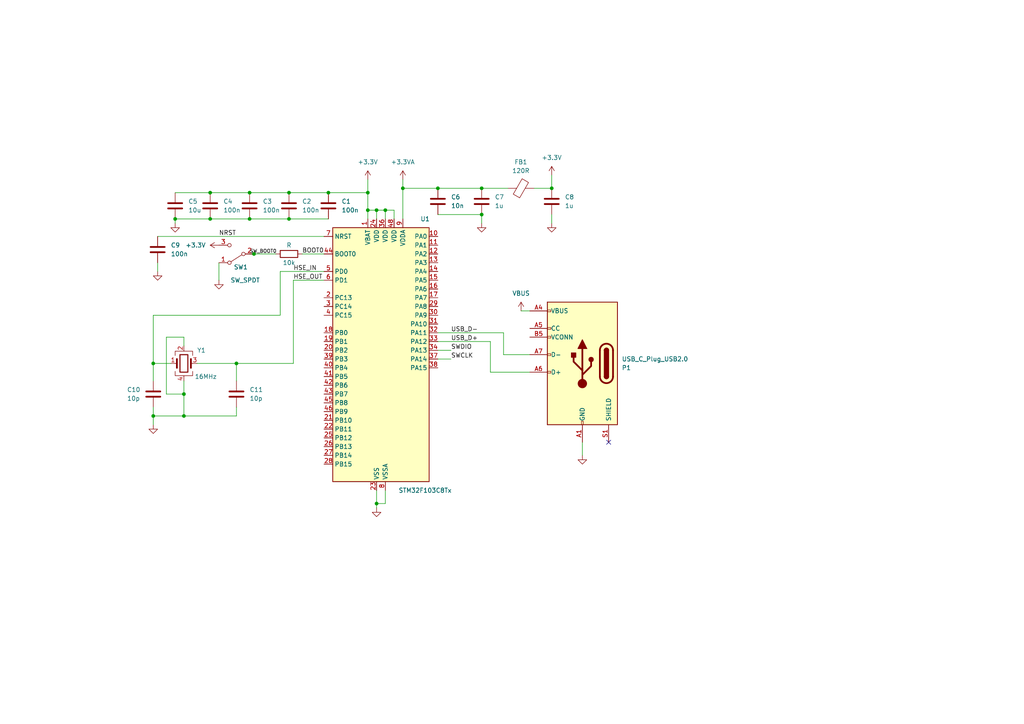
<source format=kicad_sch>
(kicad_sch (version 20230121) (generator eeschema)
  (paper "A4")
  (lib_symbols
    (symbol "Connector:USB_C_Plug_USB2.0" (pin_names (offset 1.016))
      (property "Reference" "P" (at -10.16 19.05 0))
      (property "Value" "USB_C_Plug_USB2.0" (at 12.7 19.05 0))
      (symbol "USB_C_Plug_USB2.0_0_0"
        (rectangle (start -0.254 -17.78) (end 0.254 -16.764))
        (rectangle (start 10.16 -2.286) (end 9.144 -2.794))
        (rectangle (start 10.16 2.794) (end 9.144 2.286))
        (rectangle (start 10.16 7.874) (end 9.144 7.366))
        (rectangle (start 10.16 10.414) (end 9.144 9.906))
        (rectangle (start 10.16 15.494) (end 9.144 14.986))
      )
      (symbol "USB_C_Plug_USB2.0_0_1"
        (rectangle (start -10.16 17.78) (end 10.16 -17.78) (stroke (width 0.254)) (fill (type background)))
        (arc (start -8.89 -3.81) (mid -6.985 -5.7067) (end -5.08 -3.81) (stroke (width 0.508)))
        (arc (start -7.62 -3.81) (mid -6.985 -4.4423) (end -6.35 -3.81) (stroke (width 0.254)))
        (arc (start -7.62 -3.81) (mid -6.985 -4.4423) (end -6.35 -3.81) (stroke (width 0.254)) (fill (type outline)))
        (rectangle (start -7.62 -3.81) (end -6.35 3.81) (stroke (width 0.254)) (fill (type outline)))
        (arc (start -6.35 3.81) (mid -6.985 4.4423) (end -7.62 3.81) (stroke (width 0.254)))
        (arc (start -6.35 3.81) (mid -6.985 4.4423) (end -7.62 3.81) (stroke (width 0.254)) (fill (type outline)))
        (arc (start -5.08 3.81) (mid -6.985 5.7067) (end -8.89 3.81) (stroke (width 0.508)))
        (circle (center -2.54 1.143) (radius 0.635) (stroke (width 0.254)) (fill (type outline)))
        (circle (center 0 -5.842) (radius 1.27) (fill (type outline)))
        (polyline (pts (xy -8.89 -3.81) (xy -8.89 3.81)) (stroke (width 0.508)))
        (polyline (pts (xy -5.08 3.81) (xy -5.08 -3.81)) (stroke (width 0.508)))
        (polyline (pts (xy 0 -5.842) (xy 0 4.318)) (stroke (width 0.508)))
        (polyline (pts (xy 0 -3.302) (xy -2.54 -0.762) (xy -2.54 0.508)) (stroke (width 0.508)))
        (polyline (pts (xy 0 -2.032) (xy 2.54 0.508) (xy 2.54 1.778)) (stroke (width 0.508)))
        (polyline (pts (xy -1.27 4.318) (xy 0 6.858) (xy 1.27 4.318) (xy -1.27 4.318)) (stroke (width 0.254)) (fill (type outline)))
        (rectangle (start 1.905 1.778) (end 3.175 3.048) (stroke (width 0.254)) (fill (type outline)))
      )
      (symbol "USB_C_Plug_USB2.0_1_1"
        (pin passive line (at 0 -22.86 90) (length 5.08) (name "GND") (number "A1"))
        (pin passive line (at 0 -22.86 90) (length 5.08) hide (name "GND") (number "A12"))
        (pin passive line (at 15.24 15.24 180) (length 5.08) (name "VBUS") (number "A4"))
        (pin bidirectional line (at 15.24 10.16 180) (length 5.08) (name "CC") (number "A5"))
        (pin bidirectional line (at 15.24 -2.54 180) (length 5.08) (name "D+") (number "A6"))
        (pin bidirectional line (at 15.24 2.54 180) (length 5.08) (name "D-") (number "A7"))
        (pin passive line (at 15.24 15.24 180) (length 5.08) hide (name "VBUS") (number "A9"))
        (pin passive line (at 0 -22.86 90) (length 5.08) hide (name "GND") (number "B1"))
        (pin passive line (at 0 -22.86 90) (length 5.08) hide (name "GND") (number "B12"))
        (pin passive line (at 15.24 15.24 180) (length 5.08) hide (name "VBUS") (number "B4"))
        (pin bidirectional line (at 15.24 7.62 180) (length 5.08) (name "VCONN") (number "B5"))
        (pin passive line (at 15.24 15.24 180) (length 5.08) hide (name "VBUS") (number "B9"))
        (pin passive line (at -7.62 -22.86 90) (length 5.08) (name "SHIELD") (number "S1"))
      )
    )
    (symbol "Device:C" (pin_numbers hide) (pin_names (offset 0.254))
      (property "Reference" "C" (at 0.635 2.54 0))
      (property "Value" "C" (at 0.635 -2.54 0))
      (symbol "C_0_1"
        (polyline (pts (xy -2.032 -0.762) (xy 2.032 -0.762)) (stroke (width 0.508)))
        (polyline (pts (xy -2.032 0.762) (xy 2.032 0.762)) (stroke (width 0.508)))
      )
      (symbol "C_1_1"
        (pin passive line (at 0 3.81 270) (length 2.794) (name "~") (number "1"))
        (pin passive line (at 0 -3.81 90) (length 2.794) (name "~") (number "2"))
      )
    )
    (symbol "Device:Crystal_GND24" (pin_names (offset 1.016) hide)
      (property "Reference" "Y" (at 3.175 5.08 0))
      (property "Value" "Crystal_GND24" (at 3.175 3.175 0))
      (symbol "Crystal_GND24_0_1"
        (rectangle (start -1.143 2.54) (end 1.143 -2.54) (stroke (width 0.3048)))
        (polyline (pts (xy -2.54 0) (xy -2.032 0)))
        (polyline (pts (xy -2.032 -1.27) (xy -2.032 1.27)) (stroke (width 0.508)))
        (polyline (pts (xy 0 -3.81) (xy 0 -3.556)))
        (polyline (pts (xy 0 3.556) (xy 0 3.81)))
        (polyline (pts (xy 2.032 -1.27) (xy 2.032 1.27)) (stroke (width 0.508)))
        (polyline (pts (xy 2.032 0) (xy 2.54 0)))
        (polyline (pts (xy -2.54 -2.286) (xy -2.54 -3.556) (xy 2.54 -3.556) (xy 2.54 -2.286)))
        (polyline (pts (xy -2.54 2.286) (xy -2.54 3.556) (xy 2.54 3.556) (xy 2.54 2.286)))
      )
      (symbol "Crystal_GND24_1_1"
        (pin passive line (at -3.81 0 0) (length 1.27) (name "1") (number "1"))
        (pin passive line (at 0 5.08 270) (length 1.27) (name "2") (number "2"))
        (pin passive line (at 3.81 0 180) (length 1.27) (name "3") (number "3"))
        (pin passive line (at 0 -5.08 90) (length 1.27) (name "4") (number "4"))
      )
    )
    (symbol "Device:FerriteBead" (pin_numbers hide) (pin_names (offset 0))
      (property "Reference" "FB" (at -3.81 0.635 90))
      (property "Value" "FerriteBead" (at 3.81 0 90))
      (symbol "FerriteBead_0_1"
        (polyline (pts (xy 0 -1.27) (xy 0 -1.2192)))
        (polyline (pts (xy 0 1.27) (xy 0 1.2954)))
        (polyline (pts (xy -2.7686 0.4064) (xy -1.7018 2.2606) (xy 2.7686 -0.3048) (xy 1.6764 -2.159) (xy -2.7686 0.4064)))
      )
      (symbol "FerriteBead_1_1"
        (pin passive line (at 0 3.81 270) (length 2.54) (name "~") (number "1"))
        (pin passive line (at 0 -3.81 90) (length 2.54) (name "~") (number "2"))
      )
    )
    (symbol "Device:R" (pin_numbers hide) (pin_names (offset 0))
      (property "Reference" "R" (at 2.032 0 90))
      (property "Value" "R" (at 0 0 90))
      (symbol "R_0_1"
        (rectangle (start -1.016 -2.54) (end 1.016 2.54) (stroke (width 0.254)))
      )
      (symbol "R_1_1"
        (pin passive line (at 0 3.81 270) (length 1.27) (name "~") (number "1"))
        (pin passive line (at 0 -3.81 90) (length 1.27) (name "~") (number "2"))
      )
    )
    (symbol "MCU_ST_STM32F1:STM32F103C8Tx"
      (property "Reference" "U" (at -12.7 39.37 0))
      (property "Value" "STM32F103C8Tx" (at 10.16 39.37 0))
      (symbol "STM32F103C8Tx_0_1"
        (rectangle (start -12.7 -35.56) (end 15.24 38.1) (stroke (width 0.254)) (fill (type background)))
      )
      (symbol "STM32F103C8Tx_1_1"
        (pin power_in line (at -2.54 40.64 270) (length 2.54) (name "VBAT") (number "1"))
        (pin bidirectional line (at 17.78 35.56 180) (length 2.54) (name "PA0") (number "10"))
        (pin bidirectional line (at 17.78 33.02 180) (length 2.54) (name "PA1") (number "11"))
        (pin bidirectional line (at 17.78 30.48 180) (length 2.54) (name "PA2") (number "12"))
        (pin bidirectional line (at 17.78 27.94 180) (length 2.54) (name "PA3") (number "13"))
        (pin bidirectional line (at 17.78 25.4 180) (length 2.54) (name "PA4") (number "14"))
        (pin bidirectional line (at 17.78 22.86 180) (length 2.54) (name "PA5") (number "15"))
        (pin bidirectional line (at 17.78 20.32 180) (length 2.54) (name "PA6") (number "16"))
        (pin bidirectional line (at 17.78 17.78 180) (length 2.54) (name "PA7") (number "17"))
        (pin bidirectional line (at -15.24 7.62 0) (length 2.54) (name "PB0") (number "18"))
        (pin bidirectional line (at -15.24 5.08 0) (length 2.54) (name "PB1") (number "19"))
        (pin bidirectional line (at -15.24 17.78 0) (length 2.54) (name "PC13") (number "2"))
        (pin bidirectional line (at -15.24 2.54 0) (length 2.54) (name "PB2") (number "20"))
        (pin bidirectional line (at -15.24 -17.78 0) (length 2.54) (name "PB10") (number "21"))
        (pin bidirectional line (at -15.24 -20.32 0) (length 2.54) (name "PB11") (number "22"))
        (pin power_in line (at 0 -38.1 90) (length 2.54) (name "VSS") (number "23"))
        (pin power_in line (at 0 40.64 270) (length 2.54) (name "VDD") (number "24"))
        (pin bidirectional line (at -15.24 -22.86 0) (length 2.54) (name "PB12") (number "25"))
        (pin bidirectional line (at -15.24 -25.4 0) (length 2.54) (name "PB13") (number "26"))
        (pin bidirectional line (at -15.24 -27.94 0) (length 2.54) (name "PB14") (number "27"))
        (pin bidirectional line (at -15.24 -30.48 0) (length 2.54) (name "PB15") (number "28"))
        (pin bidirectional line (at 17.78 15.24 180) (length 2.54) (name "PA8") (number "29"))
        (pin bidirectional line (at -15.24 15.24 0) (length 2.54) (name "PC14") (number "3"))
        (pin bidirectional line (at 17.78 12.7 180) (length 2.54) (name "PA9") (number "30"))
        (pin bidirectional line (at 17.78 10.16 180) (length 2.54) (name "PA10") (number "31"))
        (pin bidirectional line (at 17.78 7.62 180) (length 2.54) (name "PA11") (number "32"))
        (pin bidirectional line (at 17.78 5.08 180) (length 2.54) (name "PA12") (number "33"))
        (pin bidirectional line (at 17.78 2.54 180) (length 2.54) (name "PA13") (number "34"))
        (pin passive line (at 0 -38.1 90) (length 2.54) hide (name "VSS") (number "35"))
        (pin power_in line (at 2.54 40.64 270) (length 2.54) (name "VDD") (number "36"))
        (pin bidirectional line (at 17.78 0 180) (length 2.54) (name "PA14") (number "37"))
        (pin bidirectional line (at 17.78 -2.54 180) (length 2.54) (name "PA15") (number "38"))
        (pin bidirectional line (at -15.24 0 0) (length 2.54) (name "PB3") (number "39"))
        (pin bidirectional line (at -15.24 12.7 0) (length 2.54) (name "PC15") (number "4"))
        (pin bidirectional line (at -15.24 -2.54 0) (length 2.54) (name "PB4") (number "40"))
        (pin bidirectional line (at -15.24 -5.08 0) (length 2.54) (name "PB5") (number "41"))
        (pin bidirectional line (at -15.24 -7.62 0) (length 2.54) (name "PB6") (number "42"))
        (pin bidirectional line (at -15.24 -10.16 0) (length 2.54) (name "PB7") (number "43"))
        (pin input line (at -15.24 30.48 0) (length 2.54) (name "BOOT0") (number "44"))
        (pin bidirectional line (at -15.24 -12.7 0) (length 2.54) (name "PB8") (number "45"))
        (pin bidirectional line (at -15.24 -15.24 0) (length 2.54) (name "PB9") (number "46"))
        (pin passive line (at 0 -38.1 90) (length 2.54) hide (name "VSS") (number "47"))
        (pin power_in line (at 5.08 40.64 270) (length 2.54) (name "VDD") (number "48"))
        (pin bidirectional line (at -15.24 25.4 0) (length 2.54) (name "PD0") (number "5"))
        (pin bidirectional line (at -15.24 22.86 0) (length 2.54) (name "PD1") (number "6"))
        (pin input line (at -15.24 35.56 0) (length 2.54) (name "NRST") (number "7"))
        (pin power_in line (at 2.54 -38.1 90) (length 2.54) (name "VSSA") (number "8"))
        (pin power_in line (at 7.62 40.64 270) (length 2.54) (name "VDDA") (number "9"))
      )
    )
    (symbol "Switch:SW_SPDT" (pin_names (offset 0) hide)
      (property "Reference" "SW" (at 0 4.318 0))
      (property "Value" "SW_SPDT" (at 0 -5.08 0))
      (symbol "SW_SPDT_0_0"
        (circle (center -2.032 0) (radius 0.508))
        (circle (center 2.032 -2.54) (radius 0.508))
      )
      (symbol "SW_SPDT_0_1"
        (polyline (pts (xy -1.524 0.254) (xy 1.651 2.286)))
        (circle (center 2.032 2.54) (radius 0.508))
      )
      (symbol "SW_SPDT_1_1"
        (pin passive line (at 5.08 2.54 180) (length 2.54) (name "A") (number "1"))
        (pin passive line (at -5.08 0 0) (length 2.54) (name "B") (number "2"))
        (pin passive line (at 5.08 -2.54 180) (length 2.54) (name "C") (number "3"))
      )
    )
    (symbol "power:+3.3V" (power) (pin_names (offset 0))
      (property "Value" "+3.3V" (at 0 3.556 0))
      (symbol "+3.3V_0_1"
        (polyline (pts (xy -0.762 1.27) (xy 0 2.54)))
        (polyline (pts (xy 0 0) (xy 0 2.54)))
        (polyline (pts (xy 0 2.54) (xy 0.762 1.27)))
      )
      (symbol "+3.3V_1_1"
        (pin power_in line (at 0 0 90) (length 0) hide (name "+3.3V") (number "1"))
      )
    )
    (symbol "power:+3.3VA" (power) (pin_names (offset 0))
      (property "Value" "+3.3VA" (at 0 3.556 0))
      (symbol "+3.3VA_0_1"
        (polyline (pts (xy -0.762 1.27) (xy 0 2.54)))
        (polyline (pts (xy 0 0) (xy 0 2.54)))
        (polyline (pts (xy 0 2.54) (xy 0.762 1.27)))
      )
      (symbol "+3.3VA_1_1"
        (pin power_in line (at 0 0 90) (length 0) hide (name "+3.3VA") (number "1"))
      )
    )
    (symbol "power:GND" (power) (pin_names (offset 0))
      (property "Value" "GND" (at 0 -3.81 0))
      (symbol "GND_0_1"
        (polyline (pts (xy 0 0) (xy 0 -1.27) (xy 1.27 -1.27) (xy 0 -2.54) (xy -1.27 -1.27) (xy 0 -1.27)))
      )
      (symbol "GND_1_1"
        (pin power_in line (at 0 0 270) (length 0) hide (name "GND") (number "1"))
      )
    )
    (symbol "power:VBUS" (power) (pin_names (offset 0))
      (property "Value" "VBUS" (at 0 3.81 0))
      (symbol "VBUS_0_1"
        (polyline (pts (xy -0.762 1.27) (xy 0 2.54)))
        (polyline (pts (xy 0 0) (xy 0 2.54)))
        (polyline (pts (xy 0 2.54) (xy 0.762 1.27)))
      )
      (symbol "VBUS_1_1"
        (pin power_in line (at 0 0 90) (length 0) hide (name "VBUS") (number "1"))
      )
    )
  )
  (junction (at 139.7 54.61))
  (junction (at 73.66 73.66))
  (junction (at 160.02 54.61))
  (junction (at 106.68 60.96))
  (junction (at 106.68 55.88))
  (junction (at 83.82 63.5))
  (junction (at 109.22 60.96))
  (junction (at 60.96 63.5))
  (junction (at 60.96 55.88))
  (junction (at 72.39 63.5))
  (junction (at 116.84 54.61))
  (junction (at 53.34 120.65))
  (junction (at 139.7 62.23))
  (junction (at 44.45 105.41))
  (junction (at 95.25 55.88))
  (junction (at 127 54.61))
  (junction (at 72.39 55.88))
  (junction (at 68.58 105.41))
  (junction (at 50.8 63.5))
  (junction (at 53.34 114.3))
  (junction (at 109.22 146.05))
  (junction (at 44.45 120.65))
  (junction (at 83.82 55.88))
  (junction (at 111.76 60.96))
  (no_connect (at 176.53 128.27))
  (wire (pts (xy 53.34 114.3) (xy 53.34 120.65)))
  (wire (pts (xy 48.26 114.3) (xy 53.34 114.3)))
  (wire (pts (xy 146.05 102.87) (xy 146.05 96.52)))
  (wire (pts (xy 142.24 107.95) (xy 142.24 99.06)))
  (wire (pts (xy 81.28 91.44) (xy 81.28 78.74)))
  (wire (pts (xy 72.39 55.88) (xy 83.82 55.88)))
  (wire (pts (xy 53.34 120.65) (xy 44.45 120.65)))
  (wire (pts (xy 85.09 105.41) (xy 85.09 81.28)))
  (wire (pts (xy 60.96 55.88) (xy 72.39 55.88)))
  (wire (pts (xy 106.68 55.88) (xy 106.68 60.96)))
  (wire (pts (xy 87.63 73.66) (xy 93.98 73.66)))
  (wire (pts (xy 68.58 120.65) (xy 53.34 120.65)))
  (wire (pts (xy 106.68 60.96) (xy 109.22 60.96)))
  (wire (pts (xy 116.84 63.5) (xy 116.84 54.61)))
  (wire (pts (xy 68.58 105.41) (xy 85.09 105.41)))
  (wire (pts (xy 116.84 52.07) (xy 116.84 54.61)))
  (wire (pts (xy 109.22 63.5) (xy 109.22 60.96)))
  (wire (pts (xy 44.45 91.44) (xy 81.28 91.44)))
  (wire (pts (xy 72.39 73.66) (xy 73.66 73.66)))
  (wire (pts (xy 109.22 60.96) (xy 111.76 60.96)))
  (wire (pts (xy 153.67 102.87) (xy 146.05 102.87)))
  (wire (pts (xy 127 99.06) (xy 142.24 99.06)))
  (wire (pts (xy 111.76 60.96) (xy 114.3 60.96)))
  (wire (pts (xy 48.26 97.79) (xy 48.26 114.3)))
  (wire (pts (xy 83.82 55.88) (xy 95.25 55.88)))
  (wire (pts (xy 153.67 107.95) (xy 142.24 107.95)))
  (wire (pts (xy 160.02 50.8) (xy 160.02 54.61)))
  (wire (pts (xy 127 96.52) (xy 146.05 96.52)))
  (wire (pts (xy 68.58 105.41) (xy 68.58 110.49)))
  (wire (pts (xy 44.45 118.11) (xy 44.45 120.65)))
  (wire (pts (xy 53.34 100.33) (xy 53.34 97.79)))
  (wire (pts (xy 81.28 78.74) (xy 93.98 78.74)))
  (wire (pts (xy 53.34 114.3) (xy 53.34 110.49)))
  (wire (pts (xy 130.81 104.14) (xy 127 104.14)))
  (wire (pts (xy 44.45 105.41) (xy 44.45 91.44)))
  (wire (pts (xy 109.22 147.32) (xy 109.22 146.05)))
  (wire (pts (xy 109.22 142.24) (xy 109.22 146.05)))
  (wire (pts (xy 57.15 105.41) (xy 68.58 105.41)))
  (wire (pts (xy 44.45 105.41) (xy 49.53 105.41)))
  (wire (pts (xy 160.02 62.23) (xy 160.02 64.77)))
  (wire (pts (xy 85.09 81.28) (xy 93.98 81.28)))
  (wire (pts (xy 60.96 63.5) (xy 72.39 63.5)))
  (wire (pts (xy 114.3 63.5) (xy 114.3 60.96)))
  (wire (pts (xy 111.76 146.05) (xy 109.22 146.05)))
  (wire (pts (xy 68.58 120.65) (xy 68.58 118.11)))
  (wire (pts (xy 45.72 76.2) (xy 45.72 78.74)))
  (wire (pts (xy 139.7 62.23) (xy 139.7 64.77)))
  (wire (pts (xy 106.68 60.96) (xy 106.68 63.5)))
  (wire (pts (xy 154.94 54.61) (xy 160.02 54.61)))
  (wire (pts (xy 127 62.23) (xy 139.7 62.23)))
  (wire (pts (xy 127 54.61) (xy 139.7 54.61)))
  (wire (pts (xy 44.45 120.65) (xy 44.45 123.19)))
  (wire (pts (xy 151.13 90.17) (xy 153.67 90.17)))
  (wire (pts (xy 44.45 105.41) (xy 44.45 110.49)))
  (wire (pts (xy 63.5 76.2) (xy 63.5 81.28)))
  (wire (pts (xy 168.91 128.27) (xy 168.91 132.08)))
  (wire (pts (xy 50.8 63.5) (xy 50.8 64.77)))
  (wire (pts (xy 116.84 54.61) (xy 127 54.61)))
  (wire (pts (xy 130.81 101.6) (xy 127 101.6)))
  (wire (pts (xy 45.72 68.58) (xy 93.98 68.58)))
  (wire (pts (xy 50.8 63.5) (xy 60.96 63.5)))
  (wire (pts (xy 72.39 63.5) (xy 83.82 63.5)))
  (wire (pts (xy 73.66 73.66) (xy 80.01 73.66)))
  (wire (pts (xy 95.25 55.88) (xy 106.68 55.88)))
  (wire (pts (xy 53.34 97.79) (xy 48.26 97.79)))
  (wire (pts (xy 139.7 54.61) (xy 147.32 54.61)))
  (wire (pts (xy 83.82 63.5) (xy 95.25 63.5)))
  (wire (pts (xy 106.68 52.07) (xy 106.68 55.88)))
  (wire (pts (xy 111.76 63.5) (xy 111.76 60.96)))
  (wire (pts (xy 111.76 142.24) (xy 111.76 146.05)))
  (wire (pts (xy 50.8 55.88) (xy 60.96 55.88)))
  (label "SW_BOOT0" (at 72.39 73.66 0) (effects (font (size 1 1))))
  (label "BOOT0" (at 87.63 73.66 0))
  (label "USB_D-" (at 130.81 96.52 0))
  (label "USB_D+" (at 130.81 99.06 0))
  (label "HSE_OUT" (at 85.09 81.28 0))
  (label "SWCLK" (at 130.81 104.14 0))
  (label "HSE_IN" (at 85.09 78.74 0))
  (label "SWDIO" (at 130.81 101.6 0))
  (label "NRST" (at 63.5 68.58 0))
  (symbol (lib_id "power:+3.3V") (at 63.5 71.12 90) (unit 1)
    (property "Reference" "#PWR010" (effects hide))
    (property "Value" "+3.3V" (at 59.69 71.12 90) (effects (justify left)))
  )
  (symbol (lib_id "Device:C") (at 139.7 58.42 0) (unit 1)
    (property "Reference" "C7" (at 143.51 57.15 0) (effects (justify left)))
    (property "Value" "1u" (at 143.51 59.69 0) (effects (justify left)))
  )
  (symbol (lib_id "Device:Crystal_GND24") (at 53.34 105.41 0) (unit 1)
    (property "Reference" "Y1" (at 58.42 101.6 0))
    (property "Value" "16MHz" (at 59.69 109.22 0))
  )
  (symbol (lib_id "Device:FerriteBead") (at 151.13 54.61 90) (unit 1)
    (property "Reference" "FB1" (at 151.0792 46.99 90))
    (property "Value" "120R" (at 151.0792 49.53 90))
  )
  (symbol (lib_id "Device:C") (at 50.8 59.69 0) (unit 1)
    (property "Reference" "C5" (at 54.61 58.42 0) (effects (justify left)))
    (property "Value" "10u" (at 54.61 60.96 0) (effects (justify left)))
  )
  (symbol (lib_id "power:GND") (at 50.8 64.77 0) (unit 1)
    (property "Reference" "#PWR03" (effects hide))
    (property "Value" "GND" (effects hide))
  )
  (symbol (lib_id "power:+3.3V") (at 160.02 50.8 0) (unit 1)
    (property "Reference" "#PWR07" (effects hide))
    (property "Value" "+3.3V" (at 160.02 45.72 0))
  )
  (symbol (lib_id "power:+3.3VA") (at 116.84 52.07 0) (unit 1)
    (property "Reference" "#PWR04" (effects hide))
    (property "Value" "+3.3VA" (at 116.84 46.99 0))
  )
  (symbol (lib_id "Device:C") (at 68.58 114.3 0) (unit 1)
    (property "Reference" "C11" (at 72.39 113.03 0) (effects (justify left)))
    (property "Value" "10p" (at 72.39 115.57 0) (effects (justify left)))
  )
  (symbol (lib_id "Device:C") (at 127 58.42 0) (unit 1)
    (property "Reference" "C6" (at 130.81 57.15 0) (effects (justify left)))
    (property "Value" "10n" (at 130.81 59.69 0) (effects (justify left)))
  )
  (symbol (lib_id "Device:C") (at 72.39 59.69 0) (unit 1)
    (property "Reference" "C3" (at 76.2 58.42 0) (effects (justify left)))
    (property "Value" "100n" (at 76.2 60.96 0) (effects (justify left)))
  )
  (symbol (lib_id "Device:C") (at 45.72 72.39 0) (unit 1)
    (property "Reference" "C9" (at 49.53 71.12 0) (effects (justify left)))
    (property "Value" "100n" (at 49.53 73.66 0) (effects (justify left)))
  )
  (symbol (lib_id "power:GND") (at 139.7 64.77 0) (unit 1)
    (property "Reference" "#PWR05" (effects hide))
    (property "Value" "GND" (effects hide))
  )
  (symbol (lib_id "MCU_ST_STM32F1:STM32F103C8Tx") (at 109.22 104.14 0) (unit 1)
    (property "Reference" "U1" (at 121.92 63.5 0) (effects (justify left)))
    (property "Value" "STM32F103C8Tx" (at 115.57 142.24 0) (effects (justify left)))
    (property "Footprint" "Package_QFP:LQFP-48_7x7mm_P0.5mm" (effects hide))
    (property "Datasheet" "https://www.st.com/resource/en/datasheet/stm32f103c8.pdf" (effects hide))
  )
  (symbol (lib_id "Device:C") (at 60.96 59.69 0) (unit 1)
    (property "Reference" "C4" (at 64.77 58.42 0) (effects (justify left)))
    (property "Value" "100n" (at 64.77 60.96 0) (effects (justify left)))
  )
  (symbol (lib_id "power:GND") (at 168.91 132.08 0) (unit 1)
    (property "Reference" "#PWR012" (effects hide))
    (property "Value" "GND" (effects hide))
  )
  (symbol (lib_id "Device:C") (at 160.02 58.42 0) (unit 1)
    (property "Reference" "C8" (at 163.83 57.15 0) (effects (justify left)))
    (property "Value" "1u" (at 163.83 59.69 0) (effects (justify left)))
  )
  (symbol (lib_id "power:GND") (at 160.02 64.77 0) (unit 1)
    (property "Reference" "#PWR06" (effects hide))
    (property "Value" "GND" (effects hide))
  )
  (symbol (lib_id "power:VBUS") (at 151.13 90.17 0) (unit 1)
    (property "Reference" "#PWR013" (effects hide))
    (property "Value" "VBUS" (at 151.13 85.09 0))
  )
  (symbol (lib_id "Connector:USB_C_Plug_USB2.0") (at 168.91 105.41 0) (mirror y) (unit 1)
    (property "Reference" "P1" (at 180.34 106.68 0) (effects (justify right)))
    (property "Value" "USB_C_Plug_USB2.0" (at 180.34 104.14 0) (effects (justify right)))
    (property "Datasheet" "https://www.usb.org/sites/default/files/documents/usb_type-c.zip" (effects hide))
  )
  (symbol (lib_id "power:GND") (at 109.22 147.32 0) (unit 1)
    (property "Reference" "#PWR01" (effects hide))
    (property "Value" "GND" (effects hide))
  )
  (symbol (lib_id "Device:C") (at 95.25 59.69 0) (unit 1)
    (property "Reference" "C1" (at 99.06 58.42 0) (effects (justify left)))
    (property "Value" "100n" (at 99.06 60.96 0) (effects (justify left)))
  )
  (symbol (lib_id "Device:C") (at 83.82 59.69 0) (unit 1)
    (property "Reference" "C2" (at 87.63 58.42 0) (effects (justify left)))
    (property "Value" "100n" (at 87.63 60.96 0) (effects (justify left)))
  )
  (symbol (lib_id "power:+3.3V") (at 106.68 52.07 0) (unit 1)
    (property "Reference" "#PWR02" (effects hide))
    (property "Value" "+3.3V" (at 106.68 46.99 0))
  )
  (symbol (lib_id "Switch:SW_SPDT") (at 68.58 73.66 180) (unit 1)
    (property "Reference" "SW1" (at 69.85 77.47 0))
    (property "Value" "SW_SPDT" (at 71.12 81.28 0))
  )
  (symbol (lib_id "Device:C") (at 44.45 114.3 0) (unit 1)
    (property "Reference" "C10" (at 36.83 113.03 0) (effects (justify left)))
    (property "Value" "10p" (at 36.83 115.57 0) (effects (justify left)))
  )
  (symbol (lib_id "power:GND") (at 44.45 123.19 0) (unit 1)
    (property "Reference" "#PWR011" (effects hide))
    (property "Value" "GND" (effects hide))
  )
  (symbol (lib_id "power:GND") (at 63.5 81.28 0) (unit 1)
    (property "Reference" "#PWR09" (effects hide))
    (property "Value" "GND" (effects hide))
  )
  (symbol (lib_id "power:GND") (at 45.72 78.74 0) (unit 1)
    (property "Reference" "#PWR08" (effects hide))
    (property "Value" "GND" (effects hide))
  )
  (symbol (lib_id "Device:R") (at 83.82 73.66 90) (unit 1)
    (property "Reference" "10k" (at 83.82 76.2 90))
    (property "Value" "R" (at 83.82 71.12 90))
  )
)
</source>
